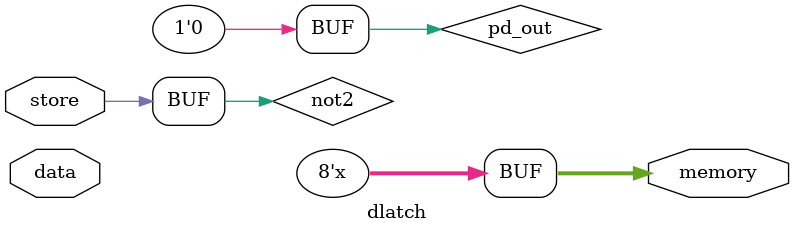
<source format=v>
module dlatch(
    input store,
    input [7:0] data,
    output reg [7:0] memory
);

    assign #1 not1 = ~store;
    assign #1 not2 = ~not1;
    assign #3 not3 = ~not2;
    
    assign pd_out = store & not3;
    
    always @(pd_out, data)
        if (pd_out)
            memory <= data;
            
endmodule


</source>
